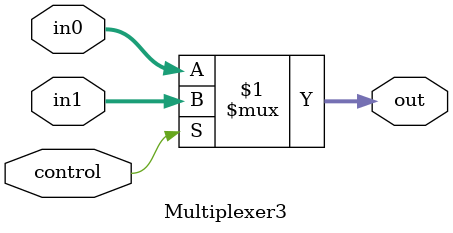
<source format=v>
module Multiplexer3(control,in1,in0,out);
    input control;
    input[2:0] in1, in0;
    output[2:0] out;
    
    assign out = control? in1 : in0;
endmodule
</source>
